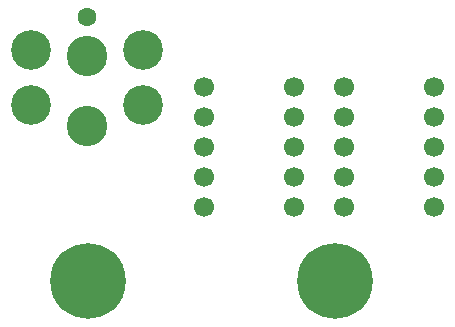
<source format=gbr>
%TF.GenerationSoftware,KiCad,Pcbnew,(6.0.0)*%
%TF.CreationDate,2024-07-10T16:52:07-07:00*%
%TF.ProjectId,pre_cursed_dc_inlet,7072655f-6375-4727-9365-645f64635f69,rev?*%
%TF.SameCoordinates,Original*%
%TF.FileFunction,Soldermask,Top*%
%TF.FilePolarity,Negative*%
%FSLAX46Y46*%
G04 Gerber Fmt 4.6, Leading zero omitted, Abs format (unit mm)*
G04 Created by KiCad (PCBNEW (6.0.0)) date 2024-07-10 16:52:07*
%MOMM*%
%LPD*%
G01*
G04 APERTURE LIST*
%ADD10C,1.700000*%
%ADD11C,6.400000*%
%ADD12C,1.600000*%
%ADD13C,3.420000*%
%ADD14C,3.360000*%
G04 APERTURE END LIST*
D10*
%TO.C,V-*%
X155760000Y-92080000D03*
X148140000Y-102240000D03*
X155760000Y-94620000D03*
X155760000Y-97160000D03*
X148140000Y-97160000D03*
X155760000Y-102240000D03*
X155760000Y-99700000D03*
X148140000Y-92080000D03*
X148140000Y-94620000D03*
X148140000Y-99700000D03*
%TD*%
D11*
%TO.C,REF\u002A\u002A*%
X159223204Y-108510366D03*
%TD*%
%TO.C,REF\u002A\u002A*%
X138252832Y-108510366D03*
%TD*%
D10*
%TO.C,V+*%
X167610000Y-92080000D03*
X159990000Y-102240000D03*
X167610000Y-94620000D03*
X167610000Y-97160000D03*
X159990000Y-97160000D03*
X167610000Y-102240000D03*
X167610000Y-99700000D03*
X159990000Y-92080000D03*
X159990000Y-94620000D03*
X159990000Y-99700000D03*
%TD*%
D12*
%TO.C,Vin*%
X138180000Y-86140000D03*
D13*
X138180000Y-95390000D03*
X138180000Y-89390000D03*
D14*
X142930000Y-93590000D03*
X142930000Y-88890000D03*
X133430000Y-93590000D03*
X133430000Y-88890000D03*
%TD*%
M02*

</source>
